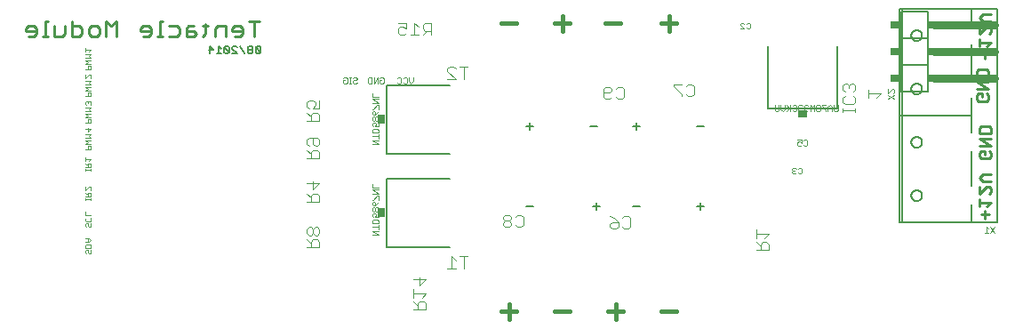
<source format=gbo>
G75*
%MOIN*%
%OFA0B0*%
%FSLAX24Y24*%
%IPPOS*%
%LPD*%
%AMOC8*
5,1,8,0,0,1.08239X$1,22.5*
%
%ADD10C,0.0020*%
%ADD11C,0.0040*%
%ADD12C,0.0090*%
%ADD13C,0.0150*%
%ADD14C,0.0110*%
%ADD15C,0.0050*%
%ADD16C,0.0080*%
%ADD17C,0.0060*%
%ADD18C,0.0300*%
%ADD19R,0.0200X0.0300*%
%ADD20R,0.0400X0.0300*%
%ADD21R,0.0300X0.0340*%
%ADD22R,0.0340X0.0300*%
D10*
X018324Y003804D02*
X018544Y003804D01*
X018324Y003951D01*
X018544Y003951D01*
X018544Y004025D02*
X018544Y004172D01*
X018544Y004099D02*
X018324Y004099D01*
X018324Y004246D02*
X018324Y004357D01*
X018360Y004393D01*
X018507Y004393D01*
X018544Y004357D01*
X018544Y004246D01*
X018324Y004246D01*
X018360Y004467D02*
X018324Y004504D01*
X018324Y004577D01*
X018360Y004614D01*
X018434Y004614D01*
X018471Y004577D01*
X018471Y004541D01*
X018434Y004467D01*
X018544Y004467D01*
X018544Y004614D01*
X018507Y004688D02*
X018471Y004688D01*
X018434Y004725D01*
X018434Y004798D01*
X018397Y004835D01*
X018360Y004835D01*
X018324Y004798D01*
X018324Y004725D01*
X018360Y004688D01*
X018397Y004688D01*
X018434Y004725D01*
X018434Y004798D02*
X018471Y004835D01*
X018507Y004835D01*
X018544Y004798D01*
X018544Y004725D01*
X018507Y004688D01*
X018434Y004909D02*
X018434Y005019D01*
X018397Y005056D01*
X018360Y005056D01*
X018324Y005019D01*
X018324Y004946D01*
X018360Y004909D01*
X018434Y004909D01*
X018507Y004983D01*
X018544Y005056D01*
X018544Y005130D02*
X018544Y005277D01*
X018507Y005277D01*
X018360Y005130D01*
X018324Y005130D01*
X018324Y005351D02*
X018544Y005351D01*
X018324Y005498D01*
X018544Y005498D01*
X018544Y005572D02*
X018324Y005572D01*
X018324Y005719D01*
X018324Y007204D02*
X018544Y007204D01*
X018324Y007351D01*
X018544Y007351D01*
X018544Y007425D02*
X018544Y007572D01*
X018544Y007499D02*
X018324Y007499D01*
X018324Y007646D02*
X018324Y007757D01*
X018360Y007793D01*
X018507Y007793D01*
X018544Y007757D01*
X018544Y007646D01*
X018324Y007646D01*
X018360Y007867D02*
X018324Y007904D01*
X018324Y007977D01*
X018360Y008014D01*
X018434Y008014D01*
X018471Y007977D01*
X018471Y007941D01*
X018434Y007867D01*
X018544Y007867D01*
X018544Y008014D01*
X018507Y008088D02*
X018471Y008088D01*
X018434Y008125D01*
X018434Y008198D01*
X018397Y008235D01*
X018360Y008235D01*
X018324Y008198D01*
X018324Y008125D01*
X018360Y008088D01*
X018397Y008088D01*
X018434Y008125D01*
X018434Y008198D02*
X018471Y008235D01*
X018507Y008235D01*
X018544Y008198D01*
X018544Y008125D01*
X018507Y008088D01*
X018434Y008309D02*
X018434Y008419D01*
X018397Y008456D01*
X018360Y008456D01*
X018324Y008419D01*
X018324Y008346D01*
X018360Y008309D01*
X018434Y008309D01*
X018507Y008383D01*
X018544Y008456D01*
X018544Y008530D02*
X018544Y008677D01*
X018507Y008677D01*
X018360Y008530D01*
X018324Y008530D01*
X018324Y008751D02*
X018544Y008751D01*
X018324Y008898D01*
X018544Y008898D01*
X018544Y008972D02*
X018324Y008972D01*
X018324Y009119D01*
X018302Y009493D02*
X018192Y009493D01*
X018155Y009530D01*
X018155Y009677D01*
X018192Y009714D01*
X018302Y009714D01*
X018302Y009493D01*
X018192Y009493D01*
X018155Y009530D01*
X018155Y009677D01*
X018192Y009714D01*
X018302Y009714D01*
X018302Y009493D01*
X018376Y009493D02*
X018376Y009714D01*
X018376Y009493D01*
X018523Y009714D01*
X018523Y009493D01*
X018523Y009714D01*
X018376Y009493D01*
X018597Y009530D02*
X018597Y009603D01*
X018670Y009603D01*
X018597Y009603D01*
X018597Y009530D01*
X018634Y009493D01*
X018707Y009493D01*
X018744Y009530D01*
X018744Y009677D01*
X018707Y009714D01*
X018634Y009714D01*
X018597Y009677D01*
X018634Y009714D01*
X018707Y009714D01*
X018744Y009677D01*
X018744Y009530D01*
X018707Y009493D01*
X018634Y009493D01*
X018597Y009530D01*
X019255Y009530D02*
X019292Y009493D01*
X019365Y009493D01*
X019402Y009530D01*
X019402Y009677D01*
X019365Y009714D01*
X019292Y009714D01*
X019255Y009677D01*
X019476Y009677D02*
X019513Y009714D01*
X019586Y009714D01*
X019623Y009677D01*
X019623Y009530D01*
X019586Y009493D01*
X019513Y009493D01*
X019476Y009530D01*
X019697Y009567D02*
X019697Y009714D01*
X019844Y009714D02*
X019844Y009567D01*
X019770Y009493D01*
X019697Y009567D01*
X017744Y009530D02*
X017707Y009493D01*
X017634Y009493D01*
X017597Y009530D01*
X017597Y009567D01*
X017634Y009603D01*
X017707Y009603D01*
X017744Y009640D01*
X017744Y009677D01*
X017707Y009714D01*
X017634Y009714D01*
X017597Y009677D01*
X017523Y009714D02*
X017449Y009714D01*
X017486Y009714D02*
X017486Y009493D01*
X017523Y009493D02*
X017449Y009493D01*
X017375Y009530D02*
X017339Y009493D01*
X017265Y009493D01*
X017229Y009530D01*
X017229Y009603D01*
X017302Y009603D01*
X017375Y009677D02*
X017375Y009530D01*
X017375Y009677D02*
X017339Y009714D01*
X017265Y009714D01*
X017229Y009677D01*
X032126Y011543D02*
X032273Y011543D01*
X032126Y011690D01*
X032126Y011727D01*
X032163Y011764D01*
X032236Y011764D01*
X032273Y011727D01*
X032347Y011727D02*
X032384Y011764D01*
X032457Y011764D01*
X032494Y011727D01*
X032494Y011580D01*
X032457Y011543D01*
X032384Y011543D01*
X032347Y011580D01*
X037674Y009269D02*
X037674Y009122D01*
X037821Y009269D01*
X037857Y009269D01*
X037894Y009232D01*
X037894Y009159D01*
X037857Y009122D01*
X037894Y009048D02*
X037674Y008901D01*
X037674Y009048D02*
X037894Y008901D01*
X035775Y008674D02*
X035775Y008490D01*
X035738Y008453D01*
X035665Y008453D01*
X035628Y008490D01*
X035628Y008674D01*
X035554Y008600D02*
X035480Y008674D01*
X035407Y008600D01*
X035407Y008453D01*
X035333Y008453D02*
X035333Y008490D01*
X035186Y008637D01*
X035186Y008674D01*
X035333Y008674D01*
X035407Y008563D02*
X035554Y008563D01*
X035554Y008600D02*
X035554Y008453D01*
X035112Y008490D02*
X035112Y008527D01*
X035075Y008563D01*
X035002Y008563D01*
X034965Y008527D01*
X034965Y008490D01*
X035002Y008453D01*
X035075Y008453D01*
X035112Y008490D01*
X035075Y008563D02*
X035112Y008600D01*
X035112Y008637D01*
X035075Y008674D01*
X035002Y008674D01*
X034965Y008637D01*
X034965Y008600D01*
X035002Y008563D01*
X034891Y008453D02*
X034891Y008674D01*
X034817Y008600D01*
X034744Y008674D01*
X034744Y008453D01*
X034670Y008490D02*
X034633Y008453D01*
X034560Y008453D01*
X034523Y008490D01*
X034523Y008527D01*
X034560Y008563D01*
X034596Y008563D01*
X034560Y008563D02*
X034523Y008600D01*
X034523Y008637D01*
X034560Y008674D01*
X034633Y008674D01*
X034670Y008637D01*
X034449Y008637D02*
X034412Y008674D01*
X034339Y008674D01*
X034302Y008637D01*
X034302Y008600D01*
X034339Y008563D01*
X034302Y008527D01*
X034302Y008490D01*
X034339Y008453D01*
X034412Y008453D01*
X034449Y008490D01*
X034375Y008563D02*
X034339Y008563D01*
X034228Y008490D02*
X034191Y008453D01*
X034118Y008453D01*
X034081Y008490D01*
X034007Y008453D02*
X034007Y008674D01*
X034081Y008637D02*
X034118Y008674D01*
X034191Y008674D01*
X034228Y008637D01*
X034228Y008490D01*
X034007Y008527D02*
X033860Y008674D01*
X033786Y008674D02*
X033786Y008527D01*
X033712Y008453D01*
X033639Y008527D01*
X033639Y008674D01*
X033565Y008674D02*
X033565Y008490D01*
X033528Y008453D01*
X033455Y008453D01*
X033418Y008490D01*
X033418Y008674D01*
X033860Y008453D02*
X033970Y008563D01*
X034268Y007374D02*
X034415Y007374D01*
X034415Y007263D01*
X034341Y007300D01*
X034305Y007300D01*
X034268Y007263D01*
X034268Y007190D01*
X034305Y007153D01*
X034378Y007153D01*
X034415Y007190D01*
X034489Y007190D02*
X034526Y007153D01*
X034599Y007153D01*
X034636Y007190D01*
X034636Y007337D01*
X034599Y007374D01*
X034526Y007374D01*
X034489Y007337D01*
X034399Y006324D02*
X034436Y006287D01*
X034436Y006140D01*
X034399Y006103D01*
X034326Y006103D01*
X034289Y006140D01*
X034215Y006140D02*
X034178Y006103D01*
X034105Y006103D01*
X034068Y006140D01*
X034068Y006177D01*
X034105Y006213D01*
X034141Y006213D01*
X034105Y006213D02*
X034068Y006250D01*
X034068Y006287D01*
X034105Y006324D01*
X034178Y006324D01*
X034215Y006287D01*
X034289Y006287D02*
X034326Y006324D01*
X034399Y006324D01*
X041276Y003893D02*
X041423Y003893D01*
X041349Y003893D02*
X041349Y004114D01*
X041423Y004040D01*
X041497Y004114D02*
X041644Y003893D01*
X041497Y003893D02*
X041644Y004114D01*
D11*
X007607Y003103D02*
X007574Y003137D01*
X007574Y003203D01*
X007607Y003237D01*
X007641Y003237D01*
X007674Y003203D01*
X007674Y003137D01*
X007707Y003103D01*
X007741Y003103D01*
X007774Y003137D01*
X007774Y003203D01*
X007741Y003237D01*
X007774Y003324D02*
X007574Y003324D01*
X007574Y003424D01*
X007607Y003458D01*
X007741Y003458D01*
X007774Y003424D01*
X007774Y003324D01*
X007707Y003545D02*
X007574Y003545D01*
X007674Y003545D02*
X007674Y003679D01*
X007707Y003679D02*
X007574Y003679D01*
X007707Y003679D02*
X007774Y003612D01*
X007707Y003545D01*
X007707Y004103D02*
X007674Y004137D01*
X007674Y004203D01*
X007641Y004237D01*
X007607Y004237D01*
X007574Y004203D01*
X007574Y004137D01*
X007607Y004103D01*
X007707Y004103D02*
X007741Y004103D01*
X007774Y004137D01*
X007774Y004203D01*
X007741Y004237D01*
X007741Y004324D02*
X007607Y004324D01*
X007574Y004358D01*
X007574Y004424D01*
X007607Y004458D01*
X007574Y004545D02*
X007574Y004679D01*
X007574Y004545D02*
X007774Y004545D01*
X007741Y004458D02*
X007774Y004424D01*
X007774Y004358D01*
X007741Y004324D01*
X007774Y005103D02*
X007774Y005170D01*
X007774Y005137D02*
X007574Y005137D01*
X007574Y005170D02*
X007574Y005103D01*
X007574Y005251D02*
X007774Y005251D01*
X007774Y005351D01*
X007741Y005384D01*
X007674Y005384D01*
X007641Y005351D01*
X007641Y005251D01*
X007641Y005317D02*
X007574Y005384D01*
X007574Y005472D02*
X007707Y005605D01*
X007741Y005605D01*
X007774Y005572D01*
X007774Y005505D01*
X007741Y005472D01*
X007574Y005472D02*
X007574Y005605D01*
X007574Y006203D02*
X007574Y006270D01*
X007574Y006237D02*
X007774Y006237D01*
X007774Y006270D02*
X007774Y006203D01*
X007774Y006351D02*
X007574Y006351D01*
X007641Y006351D02*
X007641Y006451D01*
X007674Y006484D01*
X007741Y006484D01*
X007774Y006451D01*
X007774Y006351D01*
X007641Y006417D02*
X007574Y006484D01*
X007574Y006572D02*
X007574Y006705D01*
X007574Y006638D02*
X007774Y006638D01*
X007707Y006572D01*
X007641Y007003D02*
X007641Y007103D01*
X007674Y007137D01*
X007741Y007137D01*
X007774Y007103D01*
X007774Y007003D01*
X007574Y007003D01*
X007574Y007224D02*
X007641Y007291D01*
X007574Y007358D01*
X007774Y007358D01*
X007774Y007445D02*
X007574Y007445D01*
X007574Y007579D02*
X007774Y007579D01*
X007707Y007512D01*
X007774Y007445D01*
X007674Y007666D02*
X007674Y007800D01*
X007774Y007766D02*
X007674Y007666D01*
X007574Y007766D02*
X007774Y007766D01*
X007774Y008003D02*
X007574Y008003D01*
X007641Y008003D02*
X007641Y008103D01*
X007674Y008137D01*
X007741Y008137D01*
X007774Y008103D01*
X007774Y008003D01*
X007774Y008224D02*
X007574Y008224D01*
X007641Y008291D01*
X007574Y008358D01*
X007774Y008358D01*
X007774Y008445D02*
X007707Y008512D01*
X007774Y008579D01*
X007574Y008579D01*
X007607Y008666D02*
X007574Y008700D01*
X007574Y008766D01*
X007607Y008800D01*
X007641Y008800D01*
X007674Y008766D01*
X007674Y008733D01*
X007674Y008766D02*
X007707Y008800D01*
X007741Y008800D01*
X007774Y008766D01*
X007774Y008700D01*
X007741Y008666D01*
X007774Y008445D02*
X007574Y008445D01*
X007574Y009003D02*
X007774Y009003D01*
X007774Y009103D01*
X007741Y009137D01*
X007674Y009137D01*
X007641Y009103D01*
X007641Y009003D01*
X007574Y009224D02*
X007641Y009291D01*
X007574Y009358D01*
X007774Y009358D01*
X007774Y009445D02*
X007574Y009445D01*
X007574Y009579D02*
X007774Y009579D01*
X007707Y009512D01*
X007774Y009445D01*
X007741Y009666D02*
X007774Y009700D01*
X007774Y009766D01*
X007741Y009800D01*
X007707Y009800D01*
X007574Y009666D01*
X007574Y009800D01*
X007574Y010003D02*
X007774Y010003D01*
X007774Y010103D01*
X007741Y010137D01*
X007674Y010137D01*
X007641Y010103D01*
X007641Y010003D01*
X007574Y010224D02*
X007641Y010291D01*
X007574Y010358D01*
X007774Y010358D01*
X007774Y010445D02*
X007574Y010445D01*
X007574Y010579D02*
X007774Y010579D01*
X007707Y010512D01*
X007774Y010445D01*
X007707Y010666D02*
X007774Y010733D01*
X007574Y010733D01*
X007574Y010666D02*
X007574Y010800D01*
X007574Y010224D02*
X007774Y010224D01*
X007774Y009224D02*
X007574Y009224D01*
X007574Y007224D02*
X007774Y007224D01*
X015874Y007220D02*
X015951Y007143D01*
X015874Y007220D02*
X015874Y007373D01*
X015951Y007450D01*
X016257Y007450D01*
X016334Y007373D01*
X016334Y007220D01*
X016257Y007143D01*
X016181Y007143D01*
X016104Y007220D01*
X016104Y007450D01*
X016104Y006989D02*
X016027Y006913D01*
X016027Y006683D01*
X016027Y006836D02*
X015874Y006989D01*
X016104Y006989D02*
X016257Y006989D01*
X016334Y006913D01*
X016334Y006683D01*
X015874Y006683D01*
X016104Y005821D02*
X016104Y005514D01*
X016334Y005744D01*
X015874Y005744D01*
X015874Y005360D02*
X016027Y005207D01*
X016027Y005284D02*
X016027Y005053D01*
X015874Y005053D02*
X016334Y005053D01*
X016334Y005284D01*
X016257Y005360D01*
X016104Y005360D01*
X016027Y005284D01*
X016027Y004100D02*
X015951Y004100D01*
X015874Y004023D01*
X015874Y003870D01*
X015951Y003793D01*
X016027Y003793D01*
X016104Y003870D01*
X016104Y004023D01*
X016027Y004100D01*
X016104Y004023D02*
X016181Y004100D01*
X016257Y004100D01*
X016334Y004023D01*
X016334Y003870D01*
X016257Y003793D01*
X016181Y003793D01*
X016104Y003870D01*
X016104Y003639D02*
X016027Y003563D01*
X016027Y003333D01*
X016027Y003486D02*
X015874Y003639D01*
X016104Y003639D02*
X016257Y003639D01*
X016334Y003563D01*
X016334Y003333D01*
X015874Y003333D01*
X019874Y002154D02*
X020334Y002154D01*
X020104Y001924D01*
X020104Y002231D01*
X019874Y001771D02*
X019874Y001464D01*
X019874Y001617D02*
X020334Y001617D01*
X020181Y001464D01*
X020257Y001310D02*
X020104Y001310D01*
X020027Y001234D01*
X020027Y001003D01*
X019874Y001003D02*
X020334Y001003D01*
X020334Y001234D01*
X020257Y001310D01*
X020027Y001157D02*
X019874Y001310D01*
X021137Y002553D02*
X021444Y002553D01*
X021291Y002553D02*
X021291Y003014D01*
X021444Y002860D01*
X021598Y003014D02*
X021905Y003014D01*
X021751Y003014D02*
X021751Y002553D01*
X023293Y004103D02*
X023447Y004103D01*
X023523Y004180D01*
X023523Y004257D01*
X023447Y004334D01*
X023293Y004334D01*
X023216Y004257D01*
X023216Y004180D01*
X023293Y004103D01*
X023677Y004180D02*
X023754Y004103D01*
X023907Y004103D01*
X023984Y004180D01*
X023984Y004487D01*
X023907Y004564D01*
X023754Y004564D01*
X023677Y004487D01*
X023523Y004487D02*
X023523Y004410D01*
X023447Y004334D01*
X023293Y004334D02*
X023216Y004410D01*
X023216Y004487D01*
X023293Y004564D01*
X023447Y004564D01*
X023523Y004487D01*
X027237Y004514D02*
X027391Y004437D01*
X027544Y004284D01*
X027314Y004284D01*
X027237Y004207D01*
X027237Y004130D01*
X027314Y004053D01*
X027467Y004053D01*
X027544Y004130D01*
X027544Y004284D01*
X027698Y004437D02*
X027774Y004514D01*
X027928Y004514D01*
X028005Y004437D01*
X028005Y004130D01*
X027928Y004053D01*
X027774Y004053D01*
X027698Y004130D01*
X032724Y004000D02*
X032724Y003693D01*
X032724Y003846D02*
X033184Y003846D01*
X033031Y003693D01*
X033107Y003539D02*
X032954Y003539D01*
X032877Y003463D01*
X032877Y003233D01*
X032877Y003386D02*
X032724Y003539D01*
X033107Y003539D02*
X033184Y003463D01*
X033184Y003233D01*
X032724Y003233D01*
X035974Y008403D02*
X035974Y008557D01*
X035974Y008480D02*
X036434Y008480D01*
X036434Y008403D02*
X036434Y008557D01*
X036357Y008710D02*
X036051Y008710D01*
X035974Y008787D01*
X035974Y008940D01*
X036051Y009017D01*
X036051Y009171D02*
X035974Y009247D01*
X035974Y009401D01*
X036051Y009478D01*
X036127Y009478D01*
X036204Y009401D01*
X036204Y009324D01*
X036204Y009401D02*
X036281Y009478D01*
X036357Y009478D01*
X036434Y009401D01*
X036434Y009247D01*
X036357Y009171D01*
X036357Y009017D02*
X036434Y008940D01*
X036434Y008787D01*
X036357Y008710D01*
X036924Y008953D02*
X036924Y009260D01*
X036924Y009107D02*
X037384Y009107D01*
X037231Y008953D01*
X030384Y009080D02*
X030307Y009003D01*
X030154Y009003D01*
X030077Y009080D01*
X029923Y009080D02*
X029923Y009003D01*
X029923Y009080D02*
X029616Y009387D01*
X029616Y009464D01*
X029923Y009464D01*
X030077Y009387D02*
X030154Y009464D01*
X030307Y009464D01*
X030384Y009387D01*
X030384Y009080D01*
X027755Y008980D02*
X027678Y008903D01*
X027524Y008903D01*
X027448Y008980D01*
X027294Y008980D02*
X027217Y008903D01*
X027064Y008903D01*
X026987Y008980D01*
X026987Y009287D01*
X027064Y009364D01*
X027217Y009364D01*
X027294Y009287D01*
X027294Y009210D01*
X027217Y009134D01*
X026987Y009134D01*
X027448Y009287D02*
X027524Y009364D01*
X027678Y009364D01*
X027755Y009287D01*
X027755Y008980D01*
X021905Y010114D02*
X021598Y010114D01*
X021751Y010114D02*
X021751Y009653D01*
X021444Y009653D02*
X021137Y009960D01*
X021137Y010037D01*
X021214Y010114D01*
X021367Y010114D01*
X021444Y010037D01*
X021444Y009653D02*
X021137Y009653D01*
X020515Y011303D02*
X020515Y011764D01*
X020285Y011764D01*
X020208Y011687D01*
X020208Y011534D01*
X020285Y011457D01*
X020515Y011457D01*
X020361Y011457D02*
X020208Y011303D01*
X020055Y011303D02*
X019748Y011303D01*
X019901Y011303D02*
X019901Y011764D01*
X020055Y011610D01*
X019594Y011534D02*
X019441Y011610D01*
X019364Y011610D01*
X019287Y011534D01*
X019287Y011380D01*
X019364Y011303D01*
X019517Y011303D01*
X019594Y011380D01*
X019594Y011534D02*
X019594Y011764D01*
X019287Y011764D01*
X016334Y008850D02*
X016334Y008543D01*
X016104Y008543D01*
X016181Y008696D01*
X016181Y008773D01*
X016104Y008850D01*
X015951Y008850D01*
X015874Y008773D01*
X015874Y008620D01*
X015951Y008543D01*
X015874Y008389D02*
X016027Y008236D01*
X016027Y008313D02*
X016027Y008083D01*
X015874Y008083D02*
X016334Y008083D01*
X016334Y008313D01*
X016257Y008389D01*
X016104Y008389D01*
X016027Y008313D01*
D12*
X040999Y008897D02*
X040999Y009034D01*
X041067Y009102D01*
X041204Y009102D01*
X041204Y008965D01*
X041341Y008828D02*
X041067Y008828D01*
X040999Y008897D01*
X041341Y008828D02*
X041409Y008897D01*
X041409Y009034D01*
X041341Y009102D01*
X041409Y009289D02*
X040999Y009289D01*
X040999Y009562D02*
X041409Y009289D01*
X041409Y009562D02*
X040999Y009562D01*
X040999Y009749D02*
X040999Y009954D01*
X041067Y010023D01*
X041341Y010023D01*
X041409Y009954D01*
X041409Y009749D01*
X040999Y009749D01*
X041304Y010428D02*
X041304Y010702D01*
X041441Y010565D02*
X041167Y010565D01*
X041099Y010889D02*
X041099Y011162D01*
X041099Y011026D02*
X041509Y011026D01*
X041372Y010889D01*
X041441Y011349D02*
X041509Y011418D01*
X041509Y011554D01*
X041441Y011623D01*
X041372Y011623D01*
X041099Y011349D01*
X041099Y011623D01*
X041236Y011810D02*
X041099Y011946D01*
X041236Y012083D01*
X041509Y012083D01*
X041509Y011810D02*
X041236Y011810D01*
X041167Y007873D02*
X041441Y007873D01*
X041509Y007804D01*
X041509Y007599D01*
X041099Y007599D01*
X041099Y007804D01*
X041167Y007873D01*
X041099Y007412D02*
X041509Y007412D01*
X041509Y007139D02*
X041099Y007412D01*
X041099Y007139D02*
X041509Y007139D01*
X041441Y006952D02*
X041509Y006884D01*
X041509Y006747D01*
X041441Y006678D01*
X041167Y006678D01*
X041099Y006747D01*
X041099Y006884D01*
X041167Y006952D01*
X041304Y006952D01*
X041304Y006815D01*
X041236Y006083D02*
X041509Y006083D01*
X041236Y006083D02*
X041099Y005946D01*
X041236Y005810D01*
X041509Y005810D01*
X041441Y005623D02*
X041509Y005554D01*
X041509Y005418D01*
X041441Y005349D01*
X041372Y005623D02*
X041099Y005349D01*
X041099Y005623D01*
X041372Y005623D02*
X041441Y005623D01*
X041099Y005162D02*
X041099Y004889D01*
X041099Y005026D02*
X041509Y005026D01*
X041372Y004889D01*
X041304Y004702D02*
X041304Y004428D01*
X041441Y004565D02*
X041167Y004565D01*
D13*
X029729Y000934D02*
X029162Y000934D01*
X027729Y000934D02*
X027162Y000934D01*
X027445Y001217D02*
X027445Y000650D01*
X025729Y000934D02*
X025162Y000934D01*
X023729Y000934D02*
X023162Y000934D01*
X023445Y001217D02*
X023445Y000650D01*
X025445Y011450D02*
X025445Y012017D01*
X025729Y011734D02*
X025162Y011734D01*
X023729Y011734D02*
X023162Y011734D01*
X027062Y011734D02*
X027629Y011734D01*
X029162Y011734D02*
X029729Y011734D01*
X029445Y012017D02*
X029445Y011450D01*
D14*
X014099Y011829D02*
X013705Y011829D01*
X013902Y011829D02*
X013902Y011238D01*
X013454Y011337D02*
X013454Y011534D01*
X013356Y011632D01*
X013159Y011632D01*
X013061Y011534D01*
X013061Y011435D01*
X013454Y011435D01*
X013454Y011337D02*
X013356Y011238D01*
X013159Y011238D01*
X012810Y011238D02*
X012810Y011632D01*
X012514Y011632D01*
X012416Y011534D01*
X012416Y011238D01*
X012067Y011337D02*
X011968Y011238D01*
X012067Y011337D02*
X012067Y011730D01*
X012165Y011632D02*
X011968Y011632D01*
X011637Y011632D02*
X011440Y011632D01*
X011342Y011534D01*
X011342Y011238D01*
X011637Y011238D01*
X011735Y011337D01*
X011637Y011435D01*
X011342Y011435D01*
X011091Y011337D02*
X010992Y011238D01*
X010697Y011238D01*
X010446Y011238D02*
X010249Y011238D01*
X010348Y011238D02*
X010348Y011829D01*
X010446Y011829D01*
X010697Y011632D02*
X010992Y011632D01*
X011091Y011534D01*
X011091Y011337D01*
X010017Y011337D02*
X009918Y011238D01*
X009721Y011238D01*
X009623Y011435D02*
X010017Y011435D01*
X010017Y011337D02*
X010017Y011534D01*
X009918Y011632D01*
X009721Y011632D01*
X009623Y011534D01*
X009623Y011435D01*
X008728Y011238D02*
X008728Y011829D01*
X008531Y011632D01*
X008334Y011829D01*
X008334Y011238D01*
X008083Y011337D02*
X007985Y011238D01*
X007788Y011238D01*
X007689Y011337D01*
X007689Y011534D01*
X007788Y011632D01*
X007985Y011632D01*
X008083Y011534D01*
X008083Y011337D01*
X007438Y011337D02*
X007340Y011238D01*
X007045Y011238D01*
X007045Y011829D01*
X007045Y011632D02*
X007340Y011632D01*
X007438Y011534D01*
X007438Y011337D01*
X006794Y011337D02*
X006695Y011238D01*
X006400Y011238D01*
X006400Y011632D01*
X006149Y011829D02*
X006051Y011829D01*
X006051Y011238D01*
X006149Y011238D02*
X005952Y011238D01*
X005720Y011337D02*
X005720Y011534D01*
X005621Y011632D01*
X005424Y011632D01*
X005326Y011534D01*
X005326Y011435D01*
X005720Y011435D01*
X005720Y011337D02*
X005621Y011238D01*
X005424Y011238D01*
X006794Y011337D02*
X006794Y011632D01*
D15*
X012181Y010743D02*
X012361Y010743D01*
X012226Y010879D01*
X012226Y010608D01*
X012475Y010608D02*
X012656Y010608D01*
X012565Y010608D02*
X012565Y010879D01*
X012656Y010788D01*
X012770Y010834D02*
X012950Y010653D01*
X012905Y010608D01*
X012815Y010608D01*
X012770Y010653D01*
X012770Y010834D01*
X012815Y010879D01*
X012905Y010879D01*
X012950Y010834D01*
X012950Y010653D01*
X013065Y010608D02*
X013245Y010608D01*
X013065Y010788D01*
X013065Y010834D01*
X013110Y010879D01*
X013200Y010879D01*
X013245Y010834D01*
X013359Y010879D02*
X013539Y010608D01*
X013654Y010653D02*
X013699Y010608D01*
X013789Y010608D01*
X013834Y010653D01*
X013834Y010698D01*
X013789Y010743D01*
X013699Y010743D01*
X013654Y010698D01*
X013654Y010653D01*
X013699Y010743D02*
X013654Y010788D01*
X013654Y010834D01*
X013699Y010879D01*
X013789Y010879D01*
X013834Y010834D01*
X013834Y010788D01*
X013789Y010743D01*
X013949Y010653D02*
X013994Y010608D01*
X014084Y010608D01*
X014129Y010653D01*
X013949Y010834D01*
X013949Y010653D01*
X014129Y010653D02*
X014129Y010834D01*
X014084Y010879D01*
X013994Y010879D01*
X013949Y010834D01*
D16*
X018854Y009423D02*
X018854Y006843D01*
X021214Y006843D01*
X021214Y005923D02*
X018854Y005923D01*
X018854Y003343D01*
X021214Y003343D01*
X024084Y004884D02*
X024364Y004884D01*
X026584Y004884D02*
X026864Y004884D01*
X026724Y005024D02*
X026724Y004743D01*
X028084Y004884D02*
X028364Y004884D01*
X030484Y004884D02*
X030764Y004884D01*
X030624Y005024D02*
X030624Y004743D01*
X030764Y007884D02*
X030484Y007884D01*
X028364Y007884D02*
X028084Y007884D01*
X028224Y008024D02*
X028224Y007743D01*
X026764Y007884D02*
X026484Y007884D01*
X024364Y007884D02*
X024084Y007884D01*
X024224Y008024D02*
X024224Y007743D01*
X021214Y009423D02*
X018854Y009423D01*
X033164Y008533D02*
X035744Y008533D01*
X035744Y010893D01*
X033164Y010893D02*
X033164Y008533D01*
D17*
X038104Y008283D02*
X038104Y012283D01*
X038204Y012283D01*
X038204Y004283D01*
X040804Y004283D01*
X040804Y004933D01*
X040804Y005633D02*
X040804Y006933D01*
X040804Y007633D02*
X040804Y008283D01*
X038104Y008283D01*
X038104Y004283D01*
X038204Y004283D01*
X040804Y004283D02*
X041754Y004283D01*
X041754Y012283D01*
X040804Y012283D01*
X040804Y011633D01*
X040804Y012283D02*
X038204Y012283D01*
X038154Y012183D02*
X039154Y012183D01*
X039154Y011183D01*
X039154Y010183D01*
X039154Y009183D01*
X038154Y009183D01*
X038154Y010183D01*
X038154Y011183D01*
X038154Y012183D01*
X038154Y011183D02*
X039154Y011183D01*
X038534Y011283D02*
X038536Y011311D01*
X038542Y011338D01*
X038551Y011364D01*
X038564Y011389D01*
X038581Y011412D01*
X038600Y011432D01*
X038622Y011449D01*
X038646Y011463D01*
X038672Y011473D01*
X038699Y011480D01*
X038727Y011483D01*
X038755Y011482D01*
X038782Y011477D01*
X038809Y011468D01*
X038834Y011456D01*
X038857Y011441D01*
X038878Y011422D01*
X038896Y011401D01*
X038911Y011377D01*
X038922Y011351D01*
X038930Y011325D01*
X038934Y011297D01*
X038934Y011269D01*
X038930Y011241D01*
X038922Y011215D01*
X038911Y011189D01*
X038896Y011165D01*
X038878Y011144D01*
X038857Y011125D01*
X038834Y011110D01*
X038809Y011098D01*
X038782Y011089D01*
X038755Y011084D01*
X038727Y011083D01*
X038699Y011086D01*
X038672Y011093D01*
X038646Y011103D01*
X038622Y011117D01*
X038600Y011134D01*
X038581Y011154D01*
X038564Y011177D01*
X038551Y011202D01*
X038542Y011228D01*
X038536Y011255D01*
X038534Y011283D01*
X040804Y010933D02*
X040804Y009633D01*
X040804Y008933D02*
X040804Y008283D01*
X038534Y007283D02*
X038536Y007311D01*
X038542Y007338D01*
X038551Y007364D01*
X038564Y007389D01*
X038581Y007412D01*
X038600Y007432D01*
X038622Y007449D01*
X038646Y007463D01*
X038672Y007473D01*
X038699Y007480D01*
X038727Y007483D01*
X038755Y007482D01*
X038782Y007477D01*
X038809Y007468D01*
X038834Y007456D01*
X038857Y007441D01*
X038878Y007422D01*
X038896Y007401D01*
X038911Y007377D01*
X038922Y007351D01*
X038930Y007325D01*
X038934Y007297D01*
X038934Y007269D01*
X038930Y007241D01*
X038922Y007215D01*
X038911Y007189D01*
X038896Y007165D01*
X038878Y007144D01*
X038857Y007125D01*
X038834Y007110D01*
X038809Y007098D01*
X038782Y007089D01*
X038755Y007084D01*
X038727Y007083D01*
X038699Y007086D01*
X038672Y007093D01*
X038646Y007103D01*
X038622Y007117D01*
X038600Y007134D01*
X038581Y007154D01*
X038564Y007177D01*
X038551Y007202D01*
X038542Y007228D01*
X038536Y007255D01*
X038534Y007283D01*
X038534Y005283D02*
X038536Y005311D01*
X038542Y005338D01*
X038551Y005364D01*
X038564Y005389D01*
X038581Y005412D01*
X038600Y005432D01*
X038622Y005449D01*
X038646Y005463D01*
X038672Y005473D01*
X038699Y005480D01*
X038727Y005483D01*
X038755Y005482D01*
X038782Y005477D01*
X038809Y005468D01*
X038834Y005456D01*
X038857Y005441D01*
X038878Y005422D01*
X038896Y005401D01*
X038911Y005377D01*
X038922Y005351D01*
X038930Y005325D01*
X038934Y005297D01*
X038934Y005269D01*
X038930Y005241D01*
X038922Y005215D01*
X038911Y005189D01*
X038896Y005165D01*
X038878Y005144D01*
X038857Y005125D01*
X038834Y005110D01*
X038809Y005098D01*
X038782Y005089D01*
X038755Y005084D01*
X038727Y005083D01*
X038699Y005086D01*
X038672Y005093D01*
X038646Y005103D01*
X038622Y005117D01*
X038600Y005134D01*
X038581Y005154D01*
X038564Y005177D01*
X038551Y005202D01*
X038542Y005228D01*
X038536Y005255D01*
X038534Y005283D01*
X038534Y009283D02*
X038536Y009311D01*
X038542Y009338D01*
X038551Y009364D01*
X038564Y009389D01*
X038581Y009412D01*
X038600Y009432D01*
X038622Y009449D01*
X038646Y009463D01*
X038672Y009473D01*
X038699Y009480D01*
X038727Y009483D01*
X038755Y009482D01*
X038782Y009477D01*
X038809Y009468D01*
X038834Y009456D01*
X038857Y009441D01*
X038878Y009422D01*
X038896Y009401D01*
X038911Y009377D01*
X038922Y009351D01*
X038930Y009325D01*
X038934Y009297D01*
X038934Y009269D01*
X038930Y009241D01*
X038922Y009215D01*
X038911Y009189D01*
X038896Y009165D01*
X038878Y009144D01*
X038857Y009125D01*
X038834Y009110D01*
X038809Y009098D01*
X038782Y009089D01*
X038755Y009084D01*
X038727Y009083D01*
X038699Y009086D01*
X038672Y009093D01*
X038646Y009103D01*
X038622Y009117D01*
X038600Y009134D01*
X038581Y009154D01*
X038564Y009177D01*
X038551Y009202D01*
X038542Y009228D01*
X038536Y009255D01*
X038534Y009283D01*
X038154Y010183D02*
X039154Y010183D01*
D18*
X039404Y009683D02*
X041654Y009683D01*
X041654Y010683D02*
X039404Y010683D01*
X039404Y011683D02*
X041654Y011683D01*
D19*
X039254Y011683D03*
X039254Y010683D03*
X039254Y009683D03*
D20*
X037954Y009683D03*
X037954Y010683D03*
X037954Y011683D03*
D21*
X018664Y008133D03*
X018664Y004633D03*
D22*
X034454Y008343D03*
M02*

</source>
